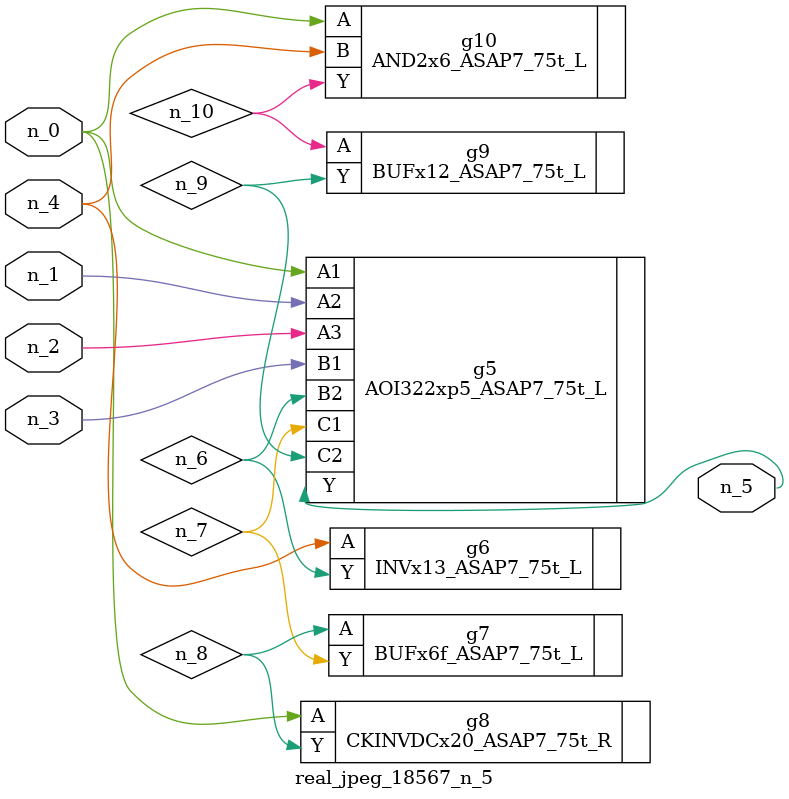
<source format=v>
module real_jpeg_18567_n_5 (n_4, n_0, n_1, n_2, n_3, n_5);

input n_4;
input n_0;
input n_1;
input n_2;
input n_3;

output n_5;

wire n_8;
wire n_6;
wire n_7;
wire n_10;
wire n_9;

AOI322xp5_ASAP7_75t_L g5 ( 
.A1(n_0),
.A2(n_1),
.A3(n_2),
.B1(n_3),
.B2(n_6),
.C1(n_7),
.C2(n_9),
.Y(n_5)
);

CKINVDCx20_ASAP7_75t_R g8 ( 
.A(n_0),
.Y(n_8)
);

AND2x6_ASAP7_75t_L g10 ( 
.A(n_0),
.B(n_4),
.Y(n_10)
);

INVx13_ASAP7_75t_L g6 ( 
.A(n_4),
.Y(n_6)
);

BUFx6f_ASAP7_75t_L g7 ( 
.A(n_8),
.Y(n_7)
);

BUFx12_ASAP7_75t_L g9 ( 
.A(n_10),
.Y(n_9)
);


endmodule
</source>
